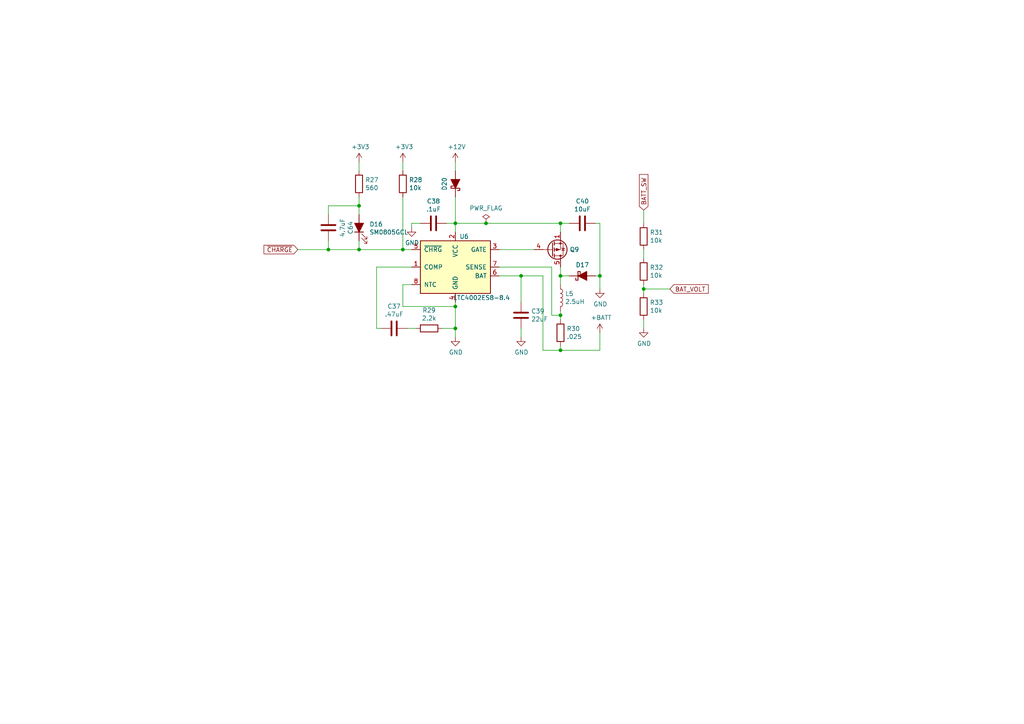
<source format=kicad_sch>
(kicad_sch (version 20211123) (generator eeschema)
  (paper "A4")
  (title_block (title "Batterty Charger") (date "2021-11-07") (rev "1.5") (company "Brian Pepin") (comment 1 "4A charge current to 2S LiPo pack.") (comment 2 "CHARGE signal goes low when charging.") (comment 3 "BAT_VOLT is pack voltage / 3 for insertion to A/D."))
  (lib_symbols
    (symbol "Battery_Management:LTC4002ES8-8.4" (pin_names (offset 1.016))
      (property "Reference" "U" (at -10.16 8.89 0))
      (property "Value" "LTC4002ES8-8.4" (at 1.27 8.89 0))
      (symbol "LTC4002ES8-8.4_0_1"
        (rectangle (start 10.16 -7.62) (end -10.16 7.62) (stroke (width 0.254)) (fill (type background)))
      )
      (symbol "LTC4002ES8-8.4_1_1"
        (pin input line (at -12.7 0 0) (length 2.54) (name "COMP") (number "1"))
        (pin power_in line (at 0 10.16 270) (length 2.54) (name "VCC") (number "2"))
        (pin output line (at 12.7 5.08 180) (length 2.54) (name "GATE") (number "3"))
        (pin power_in line (at 0 -10.16 90) (length 2.54) (name "GND") (number "4"))
        (pin open_collector line (at -12.7 5.08 0) (length 2.54) (name "~{CHRG}") (number "5"))
        (pin input line (at 12.7 -2.54 180) (length 2.54) (name "BAT") (number "6"))
        (pin input line (at 12.7 0 180) (length 2.54) (name "SENSE") (number "7"))
        (pin input line (at -12.7 -5.08 0) (length 2.54) (name "NTC") (number "8"))
      )
    )
    (symbol "Device:C" (pin_numbers hide) (pin_names (offset 0.254))
      (property "Reference" "C" (at 0.635 2.54 0))
      (property "Value" "C" (at 0.635 -2.54 0))
      (symbol "C_0_1"
        (polyline (pts (xy -2.032 -0.762) (xy 2.032 -0.762)) (stroke (width 0.508)))
        (polyline (pts (xy -2.032 0.762) (xy 2.032 0.762)) (stroke (width 0.508)))
      )
      (symbol "C_1_1"
        (pin passive line (at 0 3.81 270) (length 2.794) (name "~") (number "1"))
        (pin passive line (at 0 -3.81 90) (length 2.794) (name "~") (number "2"))
      )
    )
    (symbol "Device:D_Schottky_Filled" (pin_numbers hide) (pin_names (offset 1.016) hide)
      (property "Reference" "D" (at 0 2.54 0))
      (property "Value" "D_Schottky_Filled" (at 0 -2.54 0))
      (symbol "D_Schottky_Filled_0_1"
        (polyline (pts (xy 1.27 0) (xy -1.27 0)))
        (polyline (pts (xy 1.27 1.27) (xy 1.27 -1.27) (xy -1.27 0) (xy 1.27 1.27)) (stroke (width 0.254)) (fill (type outline)))
        (polyline (pts (xy -1.905 0.635) (xy -1.905 1.27) (xy -1.27 1.27) (xy -1.27 -1.27) (xy -0.635 -1.27) (xy -0.635 -0.635)) (stroke (width 0.254)))
      )
      (symbol "D_Schottky_Filled_1_1"
        (pin passive line (at -3.81 0 0) (length 2.54) (name "K") (number "1"))
        (pin passive line (at 3.81 0 180) (length 2.54) (name "A") (number "2"))
      )
    )
    (symbol "Device:L" (pin_numbers hide) (pin_names (offset 1.016) hide)
      (property "Reference" "L" (at -1.27 0 90))
      (property "Value" "L" (at 1.905 0 90))
      (symbol "L_0_1"
        (arc (start 0 -2.54) (mid 0.635 -1.905) (end 0 -1.27))
        (arc (start 0 -1.27) (mid 0.635 -0.635) (end 0 0))
        (arc (start 0 0) (mid 0.635 0.635) (end 0 1.27))
        (arc (start 0 1.27) (mid 0.635 1.905) (end 0 2.54))
      )
      (symbol "L_1_1"
        (pin passive line (at 0 3.81 270) (length 1.27) (name "1") (number "1"))
        (pin passive line (at 0 -3.81 90) (length 1.27) (name "2") (number "2"))
      )
    )
    (symbol "Device:LED_Filled" (pin_numbers hide) (pin_names (offset 1.016) hide)
      (property "Reference" "D" (at 0 2.54 0))
      (property "Value" "LED_Filled" (at 0 -2.54 0))
      (symbol "LED_Filled_0_1"
        (polyline (pts (xy -1.27 -1.27) (xy -1.27 1.27)) (stroke (width 0.254)))
        (polyline (pts (xy -1.27 0) (xy 1.27 0)))
        (polyline (pts (xy 1.27 -1.27) (xy 1.27 1.27) (xy -1.27 0) (xy 1.27 -1.27)) (stroke (width 0.254)) (fill (type outline)))
        (polyline (pts (xy -3.048 -0.762) (xy -4.572 -2.286) (xy -3.81 -2.286) (xy -4.572 -2.286) (xy -4.572 -1.524)))
        (polyline (pts (xy -1.778 -0.762) (xy -3.302 -2.286) (xy -2.54 -2.286) (xy -3.302 -2.286) (xy -3.302 -1.524)))
      )
      (symbol "LED_Filled_1_1"
        (pin passive line (at -3.81 0 0) (length 2.54) (name "K") (number "1"))
        (pin passive line (at 3.81 0 180) (length 2.54) (name "A") (number "2"))
      )
    )
    (symbol "Device:R" (pin_numbers hide) (pin_names (offset 0))
      (property "Reference" "R" (at 2.032 0 90))
      (property "Value" "R" (at 0 0 90))
      (symbol "R_0_1"
        (rectangle (start -1.016 -2.54) (end 1.016 2.54) (stroke (width 0.254)))
      )
      (symbol "R_1_1"
        (pin passive line (at 0 3.81 270) (length 1.27) (name "~") (number "1"))
        (pin passive line (at 0 -3.81 90) (length 1.27) (name "~") (number "2"))
      )
    )
    (symbol "Transistor_FET:Si7141DP" (pin_names hide)
      (property "Reference" "Q" (at 5.08 1.905 0))
      (property "Value" "Si7141DP" (at 5.08 0 0))
      (symbol "Si7141DP_0_1"
        (polyline (pts (xy 0.254 0) (xy -2.54 0)))
        (polyline (pts (xy 0.254 1.905) (xy 0.254 -1.905)) (stroke (width 0.254)))
        (polyline (pts (xy 0.762 -1.27) (xy 0.762 -2.286)) (stroke (width 0.254)))
        (polyline (pts (xy 0.762 0.508) (xy 0.762 -0.508)) (stroke (width 0.254)))
        (polyline (pts (xy 0.762 2.286) (xy 0.762 1.27)) (stroke (width 0.254)))
        (polyline (pts (xy 2.54 2.54) (xy 2.54 1.778)))
        (polyline (pts (xy 2.54 -2.54) (xy 2.54 0) (xy 0.762 0)))
        (polyline (pts (xy 0.762 1.778) (xy 3.302 1.778) (xy 3.302 -1.778) (xy 0.762 -1.778)))
        (polyline (pts (xy 2.286 0) (xy 1.27 0.381) (xy 1.27 -0.381) (xy 2.286 0)) (fill (type outline)))
        (polyline (pts (xy 2.794 -0.508) (xy 2.921 -0.381) (xy 3.683 -0.381) (xy 3.81 -0.254)))
        (polyline (pts (xy 3.302 -0.381) (xy 2.921 0.254) (xy 3.683 0.254) (xy 3.302 -0.381)))
        (circle (center 1.651 0) (radius 2.794) (stroke (width 0.254)))
        (circle (center 2.54 -1.778) (radius 0.254) (fill (type outline)))
        (circle (center 2.54 1.778) (radius 0.254) (fill (type outline)))
      )
      (symbol "Si7141DP_1_1"
        (pin passive line (at 2.54 -5.08 90) (length 2.54) (name "S") (number "1"))
        (pin passive line (at 2.54 -5.08 90) (length 2.54) hide (name "S") (number "2"))
        (pin passive line (at 2.54 -5.08 90) (length 2.54) hide (name "S") (number "3"))
        (pin input line (at -5.08 0 0) (length 2.54) (name "G") (number "4"))
        (pin passive line (at 2.54 5.08 270) (length 2.54) (name "D") (number "5"))
      )
    )
    (symbol "power:+12V" (power) (pin_names (offset 0))
      (property "Value" "+12V" (at 0 3.556 0))
      (symbol "+12V_0_1"
        (polyline (pts (xy -0.762 1.27) (xy 0 2.54)))
        (polyline (pts (xy 0 0) (xy 0 2.54)))
        (polyline (pts (xy 0 2.54) (xy 0.762 1.27)))
      )
      (symbol "+12V_1_1"
        (pin power_in line (at 0 0 90) (length 0) hide (name "+12V") (number "1"))
      )
    )
    (symbol "power:+3V3" (power) (pin_names (offset 0))
      (property "Value" "+3V3" (at 0 3.556 0))
      (symbol "+3V3_0_1"
        (polyline (pts (xy -0.762 1.27) (xy 0 2.54)))
        (polyline (pts (xy 0 0) (xy 0 2.54)))
        (polyline (pts (xy 0 2.54) (xy 0.762 1.27)))
      )
      (symbol "+3V3_1_1"
        (pin power_in line (at 0 0 90) (length 0) hide (name "+3V3") (number "1"))
      )
    )
    (symbol "power:+BATT" (power) (pin_names (offset 0))
      (property "Value" "+BATT" (at 0 3.556 0))
      (symbol "+BATT_0_1"
        (polyline (pts (xy -0.762 1.27) (xy 0 2.54)))
        (polyline (pts (xy 0 0) (xy 0 2.54)))
        (polyline (pts (xy 0 2.54) (xy 0.762 1.27)))
      )
      (symbol "+BATT_1_1"
        (pin power_in line (at 0 0 90) (length 0) hide (name "+BATT") (number "1"))
      )
    )
    (symbol "power:GND" (power) (pin_names (offset 0))
      (property "Value" "GND" (at 0 -3.81 0))
      (symbol "GND_0_1"
        (polyline (pts (xy 0 0) (xy 0 -1.27) (xy 1.27 -1.27) (xy 0 -2.54) (xy -1.27 -1.27) (xy 0 -1.27)))
      )
      (symbol "GND_1_1"
        (pin power_in line (at 0 0 270) (length 0) hide (name "GND") (number "1"))
      )
    )
    (symbol "power:PWR_FLAG" (power) (pin_numbers hide) (pin_names (offset 0) hide)
      (property "Value" "PWR_FLAG" (at 0 3.81 0))
      (symbol "PWR_FLAG_0_0"
        (pin power_out line (at 0 0 90) (length 0) (name "pwr") (number "1"))
      )
      (symbol "PWR_FLAG_0_1"
        (polyline (pts (xy 0 0) (xy 0 1.27) (xy -1.016 1.905) (xy 0 2.54) (xy 1.016 1.905) (xy 0 1.27)))
      )
    )
  )
  (junction (at 186.69 83.82))
  (junction (at 116.84 72.39))
  (junction (at 162.56 91.44))
  (junction (at 132.08 88.9))
  (junction (at 162.56 64.77))
  (junction (at 95.25 72.39))
  (junction (at 151.13 80.01))
  (junction (at 140.97 64.77))
  (junction (at 132.08 64.77))
  (junction (at 162.56 80.01))
  (junction (at 104.14 59.69))
  (junction (at 132.08 95.25))
  (junction (at 104.14 72.39))
  (junction (at 173.99 80.01))
  (junction (at 162.56 101.6))
  (wire (pts (xy 162.56 80.01) (xy 162.56 77.47)))
  (wire (pts (xy 104.14 59.69) (xy 104.14 62.23)))
  (wire (pts (xy 104.14 57.15) (xy 104.14 59.69)))
  (wire (pts (xy 132.08 49.53) (xy 132.08 46.99)))
  (wire (pts (xy 132.08 95.25) (xy 132.08 97.79)))
  (wire (pts (xy 116.84 72.39) (xy 104.14 72.39)))
  (wire (pts (xy 129.54 64.77) (xy 132.08 64.77)))
  (wire (pts (xy 160.02 77.47) (xy 144.78 77.47)))
  (wire (pts (xy 104.14 69.85) (xy 104.14 72.39)))
  (wire (pts (xy 95.25 72.39) (xy 86.36 72.39)))
  (wire (pts (xy 165.1 80.01) (xy 162.56 80.01)))
  (wire (pts (xy 95.25 59.69) (xy 104.14 59.69)))
  (wire (pts (xy 95.25 62.23) (xy 95.25 59.69)))
  (wire (pts (xy 144.78 80.01) (xy 151.13 80.01)))
  (wire (pts (xy 186.69 64.77) (xy 186.69 60.96)))
  (wire (pts (xy 186.69 95.25) (xy 186.69 92.71)))
  (wire (pts (xy 162.56 82.55) (xy 162.56 80.01)))
  (wire (pts (xy 104.14 72.39) (xy 95.25 72.39)))
  (wire (pts (xy 119.38 64.77) (xy 121.92 64.77)))
  (wire (pts (xy 140.97 64.77) (xy 132.08 64.77)))
  (wire (pts (xy 162.56 101.6) (xy 173.99 101.6)))
  (wire (pts (xy 173.99 64.77) (xy 173.99 80.01)))
  (wire (pts (xy 116.84 49.53) (xy 116.84 46.99)))
  (wire (pts (xy 116.84 88.9) (xy 132.08 88.9)))
  (wire (pts (xy 119.38 82.55) (xy 116.84 82.55)))
  (wire (pts (xy 132.08 88.9) (xy 132.08 87.63)))
  (wire (pts (xy 186.69 85.09) (xy 186.69 83.82)))
  (wire (pts (xy 162.56 67.31) (xy 162.56 64.77)))
  (wire (pts (xy 162.56 91.44) (xy 162.56 90.17)))
  (wire (pts (xy 162.56 64.77) (xy 140.97 64.77)))
  (wire (pts (xy 116.84 57.15) (xy 116.84 72.39)))
  (wire (pts (xy 104.14 46.99) (xy 104.14 49.53)))
  (wire (pts (xy 157.48 80.01) (xy 157.48 101.6)))
  (wire (pts (xy 157.48 101.6) (xy 162.56 101.6)))
  (wire (pts (xy 160.02 91.44) (xy 160.02 77.47)))
  (wire (pts (xy 151.13 80.01) (xy 157.48 80.01)))
  (wire (pts (xy 172.72 80.01) (xy 173.99 80.01)))
  (wire (pts (xy 173.99 80.01) (xy 173.99 83.82)))
  (wire (pts (xy 120.65 95.25) (xy 118.11 95.25)))
  (wire (pts (xy 172.72 64.77) (xy 173.99 64.77)))
  (wire (pts (xy 162.56 91.44) (xy 160.02 91.44)))
  (wire (pts (xy 132.08 88.9) (xy 132.08 95.25)))
  (wire (pts (xy 186.69 83.82) (xy 194.31 83.82)))
  (wire (pts (xy 186.69 83.82) (xy 186.69 82.55)))
  (wire (pts (xy 116.84 82.55) (xy 116.84 88.9)))
  (wire (pts (xy 162.56 92.71) (xy 162.56 91.44)))
  (wire (pts (xy 128.27 95.25) (xy 132.08 95.25)))
  (wire (pts (xy 119.38 66.04) (xy 119.38 64.77)))
  (wire (pts (xy 151.13 87.63) (xy 151.13 80.01)))
  (wire (pts (xy 144.78 72.39) (xy 154.94 72.39)))
  (wire (pts (xy 151.13 97.79) (xy 151.13 95.25)))
  (wire (pts (xy 165.1 64.77) (xy 162.56 64.77)))
  (wire (pts (xy 116.84 72.39) (xy 119.38 72.39)))
  (wire (pts (xy 109.22 77.47) (xy 119.38 77.47)))
  (wire (pts (xy 110.49 95.25) (xy 109.22 95.25)))
  (wire (pts (xy 173.99 101.6) (xy 173.99 96.52)))
  (wire (pts (xy 186.69 72.39) (xy 186.69 74.93)))
  (wire (pts (xy 132.08 67.31) (xy 132.08 64.77)))
  (wire (pts (xy 95.25 69.85) (xy 95.25 72.39)))
  (wire (pts (xy 162.56 101.6) (xy 162.56 100.33)))
  (wire (pts (xy 132.08 57.15) (xy 132.08 64.77)))
  (wire (pts (xy 109.22 95.25) (xy 109.22 77.47)))
  (global_label "~{CHARGE}" (shape input) (at 86.36 72.39 180) (property "Intersheet References" "${INTERSHEET_REFS}" (effects hide)))
  (global_label "BAT_VOLT" (shape input) (at 194.31 83.82 0) (property "Intersheet References" "${INTERSHEET_REFS}" (effects hide)))
  (global_label "BATT_SW" (shape input) (at 186.69 60.96 90) (property "Intersheet References" "${INTERSHEET_REFS}" (effects hide)))
  (symbol (lib_id "Device:LED_Filled") (at 104.14 66.04 90) (unit 1)
    (property "Reference" "D16" (at 107.1372 65.0494 90) (effects (justify right)))
    (property "Value" "SM0805GCL" (at 107.1372 67.3608 90) (effects (justify right)))
    (property "Footprint" "LED_SMD:LED_0805_2012Metric_Castellated" (effects hide))
    (property "PartNo" "SM0805GCL" (effects hide))
  )
  (symbol (lib_id "Device:R") (at 104.14 53.34 0) (unit 1)
    (property "Reference" "R27" (at 105.918 52.1716 0) (effects (justify left)))
    (property "Value" "560" (at 105.918 54.483 0) (effects (justify left)))
    (property "Footprint" "Resistor_SMD:R_0805_2012Metric" (effects hide))
    (property "PartNo" "ERJ-6ENF5600V" (effects hide))
  )
  (symbol (lib_id "Battery_Management:LTC4002ES8-8.4") (at 132.08 77.47 0) (unit 1)
    (property "Reference" "U6" (at 134.62 68.58 0))
    (property "Value" "LTC4002ES8-8.4" (at 139.7 86.36 0))
    (property "Footprint" "Package_SO:SOIC-8_3.9x4.9mm_P1.27mm" (effects hide))
    (property "Datasheet" "https://www.analog.com/media/en/technical-documentation/data-sheets/4002f.pdf" (effects hide))
    (property "PartNo" "LTC4002ES8-8.4#PBF" (effects hide))
  )
  (symbol (lib_id "Transistor_FET:Si7141DP") (at 160.02 72.39 0) (mirror x) (unit 1)
    (property "Reference" "Q9" (at 165.227 72.39 0) (effects (justify left)))
    (property "Value" "Si7141DP" (effects hide))
    (property "Footprint" "Package_SO:PowerPAK_SO-8_Single" (effects hide))
    (property "Datasheet" "https://www.vishay.com/docs/65596/si7141dp.pdf" (effects hide))
    (property "PartNo" "SI7141DP-T1-GE3" (effects hide))
  )
  (symbol (lib_id "Device:D_Schottky_Filled") (at 168.91 80.01 0) (mirror x) (unit 1)
    (property "Reference" "D17" (at 168.91 76.835 0))
    (property "Value" "CDBA540-HF" (effects hide))
    (property "Footprint" "Diode_SMD:D_SMA" (effects hide))
    (property "PartNo" "CDBA540-HF" (effects hide))
  )
  (symbol (lib_id "Device:L") (at 162.56 86.36 0) (unit 1)
    (property "Reference" "L5" (at 163.9062 85.1916 0) (effects (justify left)))
    (property "Value" "2.5uH" (at 163.9062 87.503 0) (effects (justify left)))
    (property "Footprint" "PowerSupplyFootprints:Inductor_Pulse_PA4341" (effects hide))
    (property "PartNo" "PA4341.252NLT" (effects hide))
  )
  (symbol (lib_id "Device:C") (at 168.91 64.77 270) (unit 1)
    (property "Reference" "C40" (at 168.91 58.3692 90))
    (property "Value" "10uF" (at 168.91 60.6806 90))
    (property "Footprint" "Capacitor_SMD:C_1206_3216Metric" (effects hide))
    (property "PartNo" "GMK316AB7106KL-TR" (effects hide))
  )
  (symbol (lib_id "power:GND") (at 173.99 83.82 0) (unit 1)
    (property "Reference" "#PWR073" (effects hide))
    (property "Value" "GND" (at 174.117 88.2142 0))
  )
  (symbol (lib_id "Device:R") (at 162.56 96.52 180) (unit 1)
    (property "Reference" "R30" (at 164.338 95.3516 0) (effects (justify right)))
    (property "Value" ".025" (at 164.338 97.663 0) (effects (justify right)))
    (property "Footprint" "Resistor_SMD:R_2010_5025Metric" (effects hide))
    (property "PartNo" "WSL2010R0250FEA" (effects hide))
  )
  (symbol (lib_id "power:+BATT") (at 173.99 96.52 0) (unit 1)
    (property "Reference" "#PWR074" (effects hide))
    (property "Value" "+BATT" (at 174.371 92.1258 0))
  )
  (symbol (lib_id "Device:C") (at 151.13 91.44 0) (unit 1)
    (property "Reference" "C39" (at 154.051 90.2716 0) (effects (justify left)))
    (property "Value" "22uF" (at 154.051 92.583 0) (effects (justify left)))
    (property "Footprint" "Capacitor_SMD:C_1206_3216Metric" (effects hide))
    (property "PartNo" "C3216X5R1V226M160AC" (effects hide))
  )
  (symbol (lib_id "power:GND") (at 151.13 97.79 0) (unit 1)
    (property "Reference" "#PWR072" (effects hide))
    (property "Value" "GND" (at 151.257 102.1842 0))
  )
  (symbol (lib_id "power:GND") (at 132.08 97.79 0) (unit 1)
    (property "Reference" "#PWR071" (effects hide))
    (property "Value" "GND" (at 132.207 102.1842 0))
  )
  (symbol (lib_id "Device:R") (at 124.46 95.25 90) (unit 1)
    (property "Reference" "R29" (at 124.46 89.9922 90))
    (property "Value" "2.2k" (at 124.46 92.3036 90))
    (property "Footprint" "Resistor_SMD:R_0805_2012Metric" (effects hide))
    (property "PartNo" "ERJ-PB6B2201V" (effects hide))
  )
  (symbol (lib_id "Device:C") (at 114.3 95.25 270) (unit 1)
    (property "Reference" "C37" (at 114.3 88.8492 90))
    (property "Value" ".47uF" (at 114.3 91.1606 90))
    (property "Footprint" "Capacitor_SMD:C_0805_2012Metric" (effects hide))
    (property "PartNo" "C2012X7R1E474K125AA" (effects hide))
  )
  (symbol (lib_id "Device:R") (at 116.84 53.34 0) (unit 1)
    (property "Reference" "R28" (at 118.618 52.1716 0) (effects (justify left)))
    (property "Value" "10k" (at 118.618 54.483 0) (effects (justify left)))
    (property "Footprint" "Resistor_SMD:R_0805_2012Metric" (effects hide))
    (property "PartNo" "ERJ-6ENF1002V" (effects hide))
  )
  (symbol (lib_id "power:+12V") (at 132.08 46.99 0) (unit 1)
    (property "Reference" "#PWR070" (effects hide))
    (property "Value" "+12V" (at 132.461 42.5958 0))
  )
  (symbol (lib_id "Device:C") (at 125.73 64.77 270) (unit 1)
    (property "Reference" "C38" (at 125.73 58.3692 90))
    (property "Value" ".1uF" (at 125.73 60.6806 90))
    (property "Footprint" "Capacitor_SMD:C_0805_2012Metric" (effects hide))
    (property "PartNo" "C0805X104M5RACTU" (effects hide))
  )
  (symbol (lib_id "power:GND") (at 119.38 66.04 0) (unit 1)
    (property "Reference" "#PWR069" (effects hide))
    (property "Value" "GND" (at 119.507 70.4342 0))
  )
  (symbol (lib_id "Device:R") (at 186.69 68.58 0) (unit 1)
    (property "Reference" "R31" (at 188.468 67.4116 0) (effects (justify left)))
    (property "Value" "10k" (at 188.468 69.723 0) (effects (justify left)))
    (property "Footprint" "Resistor_SMD:R_0805_2012Metric" (effects hide))
    (property "PartNo" "ERJ-6ENF1002V" (effects hide))
  )
  (symbol (lib_id "Device:R") (at 186.69 78.74 0) (unit 1)
    (property "Reference" "R32" (at 188.468 77.5716 0) (effects (justify left)))
    (property "Value" "10k" (at 188.468 79.883 0) (effects (justify left)))
    (property "Footprint" "Resistor_SMD:R_0805_2012Metric" (effects hide))
    (property "PartNo" "ERJ-6ENF1002V" (effects hide))
  )
  (symbol (lib_id "Device:R") (at 186.69 88.9 0) (unit 1)
    (property "Reference" "R33" (at 188.468 87.7316 0) (effects (justify left)))
    (property "Value" "10k" (at 188.468 90.043 0) (effects (justify left)))
    (property "Footprint" "Resistor_SMD:R_0805_2012Metric" (effects hide))
    (property "PartNo" "ERJ-6ENF1002V" (effects hide))
  )
  (symbol (lib_id "power:GND") (at 186.69 95.25 0) (unit 1)
    (property "Reference" "#PWR075" (effects hide))
    (property "Value" "GND" (at 186.817 99.6442 0))
  )
  (symbol (lib_id "Device:D_Schottky_Filled") (at 132.08 53.34 270) (mirror x) (unit 1)
    (property "Reference" "D20" (at 128.905 53.34 0))
    (property "Value" "CDBA540-HF" (effects hide))
    (property "Footprint" "Diode_SMD:D_SMA" (effects hide))
    (property "PartNo" "CDBA540-HF" (effects hide))
  )
  (symbol (lib_id "power:PWR_FLAG") (at 140.97 64.77 0) (unit 1)
    (property "Reference" "#FLG0101" (effects hide))
    (property "Value" "PWR_FLAG" (at 140.97 60.3758 0))
  )
  (symbol (lib_id "Device:C") (at 95.25 66.04 180) (unit 1)
    (property "Reference" "C64" (at 101.6508 66.04 90))
    (property "Value" "4.7uF" (at 99.3394 66.04 90))
    (property "Footprint" "Capacitor_SMD:C_0805_2012Metric" (effects hide))
    (property "PartNo" "JMK212B7475KGHT" (effects hide))
  )
  (symbol (lib_id "power:+3V3") (at 116.84 46.99 0) (unit 1)
    (property "Reference" "#PWR0110" (effects hide))
    (property "Value" "+3V3" (at 117.221 42.5958 0))
  )
  (symbol (lib_id "power:+3V3") (at 104.14 46.99 0) (unit 1)
    (property "Reference" "#PWR0111" (effects hide))
    (property "Value" "+3V3" (at 104.521 42.5958 0))
  )
)
</source>
